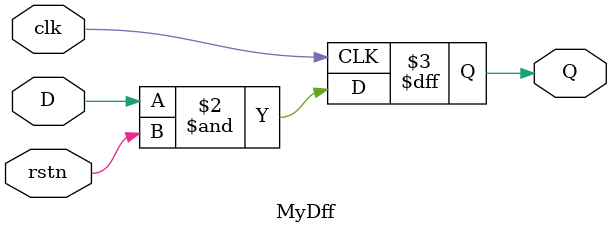
<source format=v>
/*
 * MyDff.v
 * 
 * "Simple, Synchronous D-Flip-Flop Register; Base of all memory blocks"
 */
module MyDff (
    // Flop I/O.
    input      D,
    output reg Q,
    
    // Common signals.
    input      clk,
    input      rstn
);

// Core Logic: Update logic on rising clk edge.
always @(posedge clk) begin
    Q <= D & rstn; // update output for input & reset signals
end

endmodule

</source>
